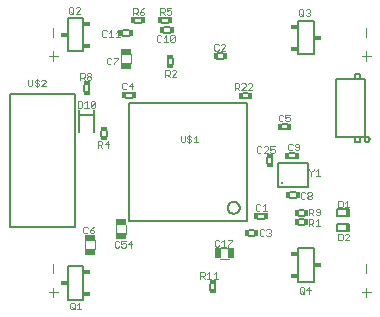
<source format=gto>
G75*
G70*
%OFA0B0*%
%FSLAX24Y24*%
%IPPOS*%
%LPD*%
%AMOC8*
5,1,8,0,0,1.08239X$1,22.5*
%
%ADD10C,0.0079*%
%ADD11C,0.0030*%
%ADD12C,0.0050*%
%ADD13C,0.0020*%
%ADD14C,0.0060*%
%ADD15R,0.0118X0.0236*%
%ADD16C,0.0040*%
%ADD17R,0.0374X0.0197*%
%ADD18R,0.0236X0.0118*%
%ADD19C,0.0079*%
%ADD20C,0.0080*%
%ADD21R,0.0197X0.0374*%
%ADD22R,0.0230X0.0180*%
D10*
X006109Y007835D02*
X010046Y007835D01*
X010046Y011772D01*
X006109Y011772D01*
X006109Y007835D01*
X009415Y008268D02*
X009417Y008295D01*
X009423Y008322D01*
X009432Y008348D01*
X009445Y008372D01*
X009461Y008395D01*
X009480Y008414D01*
X009502Y008431D01*
X009526Y008445D01*
X009551Y008455D01*
X009578Y008462D01*
X009605Y008465D01*
X009633Y008464D01*
X009660Y008459D01*
X009686Y008451D01*
X009710Y008439D01*
X009733Y008423D01*
X009754Y008405D01*
X009771Y008384D01*
X009786Y008360D01*
X009797Y008335D01*
X009805Y008309D01*
X009809Y008282D01*
X009809Y008254D01*
X009805Y008227D01*
X009797Y008201D01*
X009786Y008176D01*
X009771Y008152D01*
X009754Y008131D01*
X009733Y008113D01*
X009711Y008097D01*
X009686Y008085D01*
X009660Y008077D01*
X009633Y008072D01*
X009605Y008071D01*
X009578Y008074D01*
X009551Y008081D01*
X009526Y008091D01*
X009502Y008105D01*
X009480Y008122D01*
X009461Y008141D01*
X009445Y008164D01*
X009432Y008188D01*
X009423Y008214D01*
X009417Y008241D01*
X009415Y008268D01*
D11*
X008421Y010460D02*
X008280Y010460D01*
X008351Y010460D02*
X008351Y010671D01*
X008280Y010601D01*
X008200Y010636D02*
X008165Y010671D01*
X008095Y010671D01*
X008059Y010636D01*
X008059Y010601D01*
X008095Y010566D01*
X008165Y010566D01*
X008200Y010530D01*
X008200Y010495D01*
X008165Y010460D01*
X008095Y010460D01*
X008059Y010495D01*
X007979Y010495D02*
X007979Y010671D01*
X007838Y010671D02*
X007838Y010495D01*
X007874Y010460D01*
X007944Y010460D01*
X007979Y010495D01*
X008130Y010425D02*
X008130Y010706D01*
D12*
X004313Y012044D02*
X004313Y007615D01*
X002148Y007615D01*
X002148Y012044D01*
X002168Y012044D02*
X004313Y012044D01*
X013018Y012551D02*
X013018Y010631D01*
X013658Y010631D01*
X013658Y010471D01*
X013818Y010471D01*
X013818Y010631D01*
X013978Y010631D01*
X013978Y012551D01*
X013818Y012551D01*
X013818Y012711D01*
X013658Y012711D01*
X013658Y012551D01*
X013018Y012551D01*
X013658Y012551D02*
X013818Y012551D01*
X013818Y010631D02*
X013658Y010631D01*
X013978Y010551D02*
X013980Y010568D01*
X013985Y010585D01*
X013994Y010599D01*
X014006Y010612D01*
X014021Y010622D01*
X014037Y010628D01*
X014054Y010631D01*
X014071Y010630D01*
X014088Y010625D01*
X014103Y010617D01*
X014116Y010606D01*
X014127Y010592D01*
X014134Y010577D01*
X014138Y010560D01*
X014138Y010542D01*
X014134Y010525D01*
X014127Y010510D01*
X014116Y010496D01*
X014103Y010485D01*
X014088Y010477D01*
X014071Y010472D01*
X014054Y010471D01*
X014037Y010474D01*
X014021Y010480D01*
X014006Y010490D01*
X013994Y010503D01*
X013985Y010517D01*
X013980Y010534D01*
X013978Y010551D01*
X013459Y008213D02*
X013380Y008213D01*
X013380Y007977D01*
X013459Y007977D01*
X013459Y008213D01*
X013380Y008213D02*
X013065Y008213D01*
X013065Y007977D01*
X013380Y007977D01*
X013380Y007713D02*
X013065Y007713D01*
X013065Y007477D01*
X013380Y007477D01*
X013380Y007713D01*
X013459Y007713D01*
X013459Y007477D01*
X013380Y007477D01*
D13*
X004199Y004887D02*
X004163Y004923D01*
X004163Y005070D01*
X004199Y005107D01*
X004273Y005107D01*
X004310Y005070D01*
X004310Y004923D01*
X004273Y004887D01*
X004199Y004887D01*
X004236Y004960D02*
X004310Y004887D01*
X004384Y004887D02*
X004531Y004887D01*
X004457Y004887D02*
X004457Y005107D01*
X004384Y005033D01*
X005681Y006941D02*
X005754Y006941D01*
X005791Y006978D01*
X005865Y006978D02*
X005902Y006941D01*
X005975Y006941D01*
X006012Y006978D01*
X006012Y007052D01*
X005975Y007088D01*
X005938Y007088D01*
X005865Y007052D01*
X005865Y007162D01*
X006012Y007162D01*
X006086Y007052D02*
X006233Y007052D01*
X006196Y007162D02*
X006086Y007052D01*
X006196Y007162D02*
X006196Y006941D01*
X005791Y007125D02*
X005754Y007162D01*
X005681Y007162D01*
X005644Y007125D01*
X005644Y006978D01*
X005681Y006941D01*
X004964Y007451D02*
X004964Y007487D01*
X004927Y007524D01*
X004817Y007524D01*
X004817Y007451D01*
X004854Y007414D01*
X004927Y007414D01*
X004964Y007451D01*
X004890Y007598D02*
X004817Y007524D01*
X004890Y007598D02*
X004964Y007634D01*
X004743Y007598D02*
X004706Y007634D01*
X004633Y007634D01*
X004596Y007598D01*
X004596Y007451D01*
X004633Y007414D01*
X004706Y007414D01*
X004743Y007451D01*
X005089Y010268D02*
X005089Y010488D01*
X005199Y010488D01*
X005236Y010452D01*
X005236Y010378D01*
X005199Y010342D01*
X005089Y010342D01*
X005162Y010342D02*
X005236Y010268D01*
X005310Y010378D02*
X005420Y010488D01*
X005420Y010268D01*
X005457Y010378D02*
X005310Y010378D01*
X004962Y011603D02*
X004889Y011603D01*
X004852Y011640D01*
X004999Y011787D01*
X004999Y011640D01*
X004962Y011603D01*
X004852Y011640D02*
X004852Y011787D01*
X004889Y011823D01*
X004962Y011823D01*
X004999Y011787D01*
X004778Y011603D02*
X004631Y011603D01*
X004705Y011603D02*
X004705Y011823D01*
X004631Y011750D01*
X004557Y011787D02*
X004520Y011823D01*
X004410Y011823D01*
X004410Y011603D01*
X004520Y011603D01*
X004557Y011640D01*
X004557Y011787D01*
X004501Y012532D02*
X004501Y012752D01*
X004611Y012752D01*
X004648Y012716D01*
X004648Y012642D01*
X004611Y012606D01*
X004501Y012606D01*
X004575Y012606D02*
X004648Y012532D01*
X004722Y012569D02*
X004722Y012606D01*
X004759Y012642D01*
X004832Y012642D01*
X004869Y012606D01*
X004869Y012569D01*
X004832Y012532D01*
X004759Y012532D01*
X004722Y012569D01*
X004759Y012642D02*
X004722Y012679D01*
X004722Y012716D01*
X004759Y012752D01*
X004832Y012752D01*
X004869Y012716D01*
X004869Y012679D01*
X004832Y012642D01*
X005388Y013084D02*
X005425Y013048D01*
X005498Y013048D01*
X005535Y013084D01*
X005609Y013084D02*
X005609Y013048D01*
X005609Y013084D02*
X005756Y013231D01*
X005756Y013268D01*
X005609Y013268D01*
X005535Y013231D02*
X005498Y013268D01*
X005425Y013268D01*
X005388Y013231D01*
X005388Y013084D01*
X005932Y012430D02*
X005895Y012393D01*
X005895Y012246D01*
X005932Y012209D01*
X006005Y012209D01*
X006042Y012246D01*
X006116Y012319D02*
X006263Y012319D01*
X006226Y012209D02*
X006226Y012430D01*
X006116Y012319D01*
X006042Y012393D02*
X006005Y012430D01*
X005932Y012430D01*
X007329Y012630D02*
X007329Y012851D01*
X007439Y012851D01*
X007476Y012814D01*
X007476Y012741D01*
X007439Y012704D01*
X007329Y012704D01*
X007403Y012704D02*
X007476Y012630D01*
X007550Y012630D02*
X007697Y012777D01*
X007697Y012814D01*
X007660Y012851D01*
X007587Y012851D01*
X007550Y012814D01*
X007550Y012630D02*
X007697Y012630D01*
X007608Y013792D02*
X007535Y013792D01*
X007498Y013829D01*
X007645Y013976D01*
X007645Y013829D01*
X007608Y013792D01*
X007498Y013829D02*
X007498Y013976D01*
X007535Y014012D01*
X007608Y014012D01*
X007645Y013976D01*
X007424Y013792D02*
X007277Y013792D01*
X007350Y013792D02*
X007350Y014012D01*
X007277Y013939D01*
X007203Y013976D02*
X007166Y014012D01*
X007093Y014012D01*
X007056Y013976D01*
X007056Y013829D01*
X007093Y013792D01*
X007166Y013792D01*
X007203Y013829D01*
X007164Y014701D02*
X007164Y014922D01*
X007274Y014922D01*
X007311Y014885D01*
X007311Y014811D01*
X007274Y014775D01*
X007164Y014775D01*
X007237Y014775D02*
X007311Y014701D01*
X007385Y014738D02*
X007421Y014701D01*
X007495Y014701D01*
X007532Y014738D01*
X007532Y014811D01*
X007495Y014848D01*
X007458Y014848D01*
X007385Y014811D01*
X007385Y014922D01*
X007532Y014922D01*
X006626Y014918D02*
X006553Y014881D01*
X006479Y014807D01*
X006589Y014807D01*
X006626Y014771D01*
X006626Y014734D01*
X006589Y014697D01*
X006516Y014697D01*
X006479Y014734D01*
X006479Y014807D01*
X006405Y014807D02*
X006368Y014771D01*
X006258Y014771D01*
X006258Y014697D02*
X006258Y014918D01*
X006368Y014918D01*
X006405Y014881D01*
X006405Y014807D01*
X006332Y014771D02*
X006405Y014697D01*
X005746Y014181D02*
X005746Y013961D01*
X005673Y013961D02*
X005819Y013961D01*
X005673Y014108D02*
X005746Y014181D01*
X005525Y014181D02*
X005525Y013961D01*
X005452Y013961D02*
X005598Y013961D01*
X005452Y014108D02*
X005525Y014181D01*
X005377Y014145D02*
X005341Y014181D01*
X005267Y014181D01*
X005231Y014145D01*
X005231Y013998D01*
X005267Y013961D01*
X005341Y013961D01*
X005377Y013998D01*
X004491Y014729D02*
X004344Y014729D01*
X004491Y014876D01*
X004491Y014913D01*
X004454Y014949D01*
X004381Y014949D01*
X004344Y014913D01*
X004270Y014913D02*
X004270Y014766D01*
X004233Y014729D01*
X004160Y014729D01*
X004123Y014766D01*
X004123Y014913D01*
X004160Y014949D01*
X004233Y014949D01*
X004270Y014913D01*
X004197Y014802D02*
X004270Y014729D01*
X003302Y012536D02*
X003229Y012536D01*
X003192Y012499D01*
X003118Y012499D02*
X003081Y012536D01*
X003008Y012536D01*
X002971Y012499D01*
X002971Y012462D01*
X003008Y012426D01*
X003081Y012426D01*
X003118Y012389D01*
X003118Y012352D01*
X003081Y012316D01*
X003008Y012316D01*
X002971Y012352D01*
X002897Y012352D02*
X002897Y012536D01*
X002750Y012536D02*
X002750Y012352D01*
X002787Y012316D01*
X002860Y012316D01*
X002897Y012352D01*
X003045Y012279D02*
X003045Y012572D01*
X003192Y012316D02*
X003339Y012462D01*
X003339Y012499D01*
X003302Y012536D01*
X003339Y012316D02*
X003192Y012316D01*
X008963Y013545D02*
X009000Y013508D01*
X009073Y013508D01*
X009110Y013545D01*
X009184Y013508D02*
X009331Y013655D01*
X009331Y013692D01*
X009294Y013729D01*
X009221Y013729D01*
X009184Y013692D01*
X009110Y013692D02*
X009073Y013729D01*
X009000Y013729D01*
X008963Y013692D01*
X008963Y013545D01*
X009184Y013508D02*
X009331Y013508D01*
X009639Y012414D02*
X009749Y012414D01*
X009785Y012377D01*
X009785Y012304D01*
X009749Y012267D01*
X009639Y012267D01*
X009712Y012267D02*
X009785Y012194D01*
X009860Y012194D02*
X010006Y012340D01*
X010006Y012377D01*
X009970Y012414D01*
X009896Y012414D01*
X009860Y012377D01*
X009860Y012194D02*
X010006Y012194D01*
X010081Y012194D02*
X010227Y012340D01*
X010227Y012377D01*
X010191Y012414D01*
X010117Y012414D01*
X010081Y012377D01*
X010081Y012194D02*
X010227Y012194D01*
X009639Y012194D02*
X009639Y012414D01*
X011109Y011330D02*
X011109Y011183D01*
X011145Y011146D01*
X011219Y011146D01*
X011255Y011183D01*
X011330Y011183D02*
X011366Y011146D01*
X011440Y011146D01*
X011476Y011183D01*
X011476Y011256D01*
X011440Y011293D01*
X011403Y011293D01*
X011330Y011256D01*
X011330Y011366D01*
X011476Y011366D01*
X011255Y011330D02*
X011219Y011366D01*
X011145Y011366D01*
X011109Y011330D01*
X011468Y010406D02*
X011431Y010369D01*
X011431Y010222D01*
X011468Y010186D01*
X011542Y010186D01*
X011578Y010222D01*
X011652Y010222D02*
X011689Y010186D01*
X011763Y010186D01*
X011799Y010222D01*
X011799Y010369D01*
X011763Y010406D01*
X011689Y010406D01*
X011652Y010369D01*
X011652Y010332D01*
X011689Y010296D01*
X011799Y010296D01*
X011578Y010369D02*
X011542Y010406D01*
X011468Y010406D01*
X010975Y010311D02*
X010829Y010311D01*
X010829Y010201D01*
X010902Y010238D01*
X010939Y010238D01*
X010975Y010201D01*
X010975Y010128D01*
X010939Y010091D01*
X010865Y010091D01*
X010829Y010128D01*
X010754Y010091D02*
X010608Y010091D01*
X010754Y010238D01*
X010754Y010275D01*
X010718Y010311D01*
X010644Y010311D01*
X010608Y010275D01*
X010533Y010275D02*
X010497Y010311D01*
X010423Y010311D01*
X010387Y010275D01*
X010387Y010128D01*
X010423Y010091D01*
X010497Y010091D01*
X010533Y010128D01*
X011884Y008784D02*
X011848Y008747D01*
X011848Y008600D01*
X011884Y008564D01*
X011958Y008564D01*
X011995Y008600D01*
X012069Y008600D02*
X012105Y008564D01*
X012179Y008564D01*
X012216Y008600D01*
X012216Y008637D01*
X012179Y008674D01*
X012105Y008674D01*
X012069Y008710D01*
X012069Y008747D01*
X012105Y008784D01*
X012179Y008784D01*
X012216Y008747D01*
X012216Y008710D01*
X012179Y008674D01*
X012105Y008674D02*
X012069Y008637D01*
X012069Y008600D01*
X011995Y008747D02*
X011958Y008784D01*
X011884Y008784D01*
X012200Y009341D02*
X012200Y009451D01*
X012273Y009525D01*
X012273Y009561D01*
X012347Y009488D02*
X012421Y009561D01*
X012421Y009341D01*
X012494Y009341D02*
X012347Y009341D01*
X012200Y009451D02*
X012126Y009525D01*
X012126Y009561D01*
X013101Y008496D02*
X013211Y008496D01*
X013248Y008460D01*
X013248Y008313D01*
X013211Y008276D01*
X013101Y008276D01*
X013101Y008496D01*
X013322Y008423D02*
X013395Y008496D01*
X013395Y008276D01*
X013322Y008276D02*
X013469Y008276D01*
X013432Y007406D02*
X013358Y007406D01*
X013322Y007369D01*
X013248Y007369D02*
X013211Y007406D01*
X013101Y007406D01*
X013101Y007186D01*
X013211Y007186D01*
X013248Y007222D01*
X013248Y007369D01*
X013432Y007406D02*
X013469Y007369D01*
X013469Y007332D01*
X013322Y007186D01*
X013469Y007186D01*
X012487Y007666D02*
X012340Y007666D01*
X012266Y007666D02*
X012193Y007739D01*
X012230Y007739D02*
X012119Y007739D01*
X012119Y007666D02*
X012119Y007886D01*
X012230Y007886D01*
X012266Y007850D01*
X012266Y007776D01*
X012230Y007739D01*
X012340Y007813D02*
X012414Y007886D01*
X012414Y007666D01*
X012377Y008009D02*
X012451Y008009D01*
X012487Y008045D01*
X012487Y008192D01*
X012451Y008229D01*
X012377Y008229D01*
X012340Y008192D01*
X012340Y008155D01*
X012377Y008119D01*
X012487Y008119D01*
X012377Y008009D02*
X012340Y008045D01*
X012266Y008009D02*
X012193Y008082D01*
X012230Y008082D02*
X012119Y008082D01*
X012119Y008009D02*
X012119Y008229D01*
X012230Y008229D01*
X012266Y008192D01*
X012266Y008119D01*
X012230Y008082D01*
X010847Y007511D02*
X010847Y007474D01*
X010810Y007437D01*
X010847Y007401D01*
X010847Y007364D01*
X010810Y007327D01*
X010736Y007327D01*
X010700Y007364D01*
X010626Y007364D02*
X010589Y007327D01*
X010515Y007327D01*
X010479Y007364D01*
X010479Y007511D01*
X010515Y007548D01*
X010589Y007548D01*
X010626Y007511D01*
X010700Y007511D02*
X010736Y007548D01*
X010810Y007548D01*
X010847Y007511D01*
X010810Y007437D02*
X010773Y007437D01*
X010721Y008162D02*
X010574Y008162D01*
X010647Y008162D02*
X010647Y008382D01*
X010574Y008309D01*
X010500Y008345D02*
X010463Y008382D01*
X010389Y008382D01*
X010353Y008345D01*
X010353Y008199D01*
X010389Y008162D01*
X010463Y008162D01*
X010500Y008199D01*
X009570Y007193D02*
X009570Y007157D01*
X009423Y007010D01*
X009423Y006973D01*
X009349Y006973D02*
X009202Y006973D01*
X009276Y006973D02*
X009276Y007193D01*
X009202Y007120D01*
X009128Y007157D02*
X009091Y007193D01*
X009018Y007193D01*
X008981Y007157D01*
X008981Y007010D01*
X009018Y006973D01*
X009091Y006973D01*
X009128Y007010D01*
X009423Y007193D02*
X009570Y007193D01*
X009012Y006122D02*
X009012Y005902D01*
X008939Y005902D02*
X009086Y005902D01*
X008939Y006049D02*
X009012Y006122D01*
X008791Y006122D02*
X008791Y005902D01*
X008718Y005902D02*
X008865Y005902D01*
X008718Y006049D02*
X008791Y006122D01*
X008644Y006086D02*
X008644Y006012D01*
X008607Y005976D01*
X008497Y005976D01*
X008570Y005976D02*
X008644Y005902D01*
X008497Y005902D02*
X008497Y006122D01*
X008607Y006122D01*
X008644Y006086D01*
X011806Y005590D02*
X011806Y005443D01*
X011842Y005406D01*
X011916Y005406D01*
X011952Y005443D01*
X011952Y005590D01*
X011916Y005626D01*
X011842Y005626D01*
X011806Y005590D01*
X011879Y005479D02*
X011952Y005406D01*
X012026Y005516D02*
X012173Y005516D01*
X012137Y005406D02*
X012137Y005626D01*
X012026Y005516D01*
X012044Y014658D02*
X012007Y014695D01*
X012044Y014658D02*
X012117Y014658D01*
X012154Y014695D01*
X012154Y014731D01*
X012117Y014768D01*
X012080Y014768D01*
X012117Y014768D02*
X012154Y014805D01*
X012154Y014842D01*
X012117Y014878D01*
X012044Y014878D01*
X012007Y014842D01*
X011933Y014842D02*
X011933Y014695D01*
X011896Y014658D01*
X011823Y014658D01*
X011786Y014695D01*
X011786Y014842D01*
X011823Y014878D01*
X011896Y014878D01*
X011933Y014842D01*
X011859Y014731D02*
X011933Y014658D01*
D14*
X011754Y014497D02*
X012274Y014497D01*
X012274Y013377D01*
X011754Y013377D01*
X011754Y014497D01*
X010099Y012093D02*
X009906Y012093D01*
X009906Y011916D02*
X010099Y011916D01*
X011213Y011053D02*
X011406Y011053D01*
X011406Y010877D02*
X011213Y010877D01*
X011457Y010093D02*
X011650Y010093D01*
X011650Y009916D02*
X011457Y009916D01*
X010901Y009943D02*
X010901Y009750D01*
X010725Y009750D02*
X010725Y009943D01*
X011500Y008778D02*
X011693Y008778D01*
X011693Y008601D02*
X011500Y008601D01*
X011772Y008183D02*
X011965Y008183D01*
X011965Y008007D02*
X011772Y008007D01*
X011772Y007880D02*
X011965Y007880D01*
X011965Y007704D02*
X011772Y007704D01*
X011754Y006919D02*
X012274Y006919D01*
X012274Y005799D01*
X011754Y005799D01*
X011754Y006919D01*
X010610Y007893D02*
X010418Y007893D01*
X010418Y008069D02*
X010610Y008069D01*
X010303Y007510D02*
X010110Y007510D01*
X010110Y007333D02*
X010303Y007333D01*
X008996Y005731D02*
X008996Y005538D01*
X008820Y005538D02*
X008820Y005731D01*
X004597Y005208D02*
X004077Y005208D01*
X004077Y006328D01*
X004597Y006328D01*
X004597Y005208D01*
X005201Y010644D02*
X005201Y010837D01*
X005378Y010837D02*
X005378Y010644D01*
X006020Y011932D02*
X006213Y011932D01*
X006213Y012108D02*
X006020Y012108D01*
X004799Y012156D02*
X004799Y012349D01*
X004623Y012349D02*
X004623Y012156D01*
X004597Y013476D02*
X004077Y013476D01*
X004077Y014596D01*
X004597Y014596D01*
X004597Y013476D01*
X005925Y014007D02*
X006118Y014007D01*
X006118Y014183D02*
X005925Y014183D01*
X006323Y014428D02*
X006516Y014428D01*
X006516Y014604D02*
X006323Y014604D01*
X007229Y014608D02*
X007421Y014608D01*
X007421Y014432D02*
X007229Y014432D01*
X007284Y014281D02*
X007477Y014281D01*
X007477Y014105D02*
X007284Y014105D01*
X007406Y013243D02*
X007406Y013050D01*
X007583Y013050D02*
X007583Y013243D01*
X009067Y013239D02*
X009260Y013239D01*
X009260Y013415D02*
X009067Y013415D01*
D15*
X009005Y013325D03*
X009325Y013325D03*
X009841Y012006D03*
X010161Y012006D03*
X011150Y010963D03*
X011470Y010963D03*
X011394Y010002D03*
X011714Y010002D03*
X011756Y008691D03*
X011436Y008691D03*
X011707Y008097D03*
X011707Y007794D03*
X012027Y007794D03*
X012027Y008097D03*
X010675Y007979D03*
X010355Y007979D03*
X010368Y007420D03*
X010048Y007420D03*
X006275Y012022D03*
X005955Y012022D03*
X005863Y014093D03*
X006183Y014093D03*
X006260Y014514D03*
X006580Y014514D03*
X007166Y014518D03*
X007486Y014518D03*
X007539Y014195D03*
X007219Y014195D03*
D16*
X006192Y013377D02*
X006192Y013096D01*
X005857Y013096D02*
X005857Y013377D01*
X003748Y013323D02*
X003441Y013323D01*
X003595Y013170D02*
X003595Y013477D01*
X003595Y013957D02*
X003595Y014264D01*
X005696Y007688D02*
X005696Y007407D01*
X006031Y007407D02*
X006031Y007688D01*
X004994Y007180D02*
X004994Y006900D01*
X004659Y006900D02*
X004659Y007180D01*
X003595Y006390D02*
X003595Y006083D01*
X003595Y005603D02*
X003595Y005296D01*
X003748Y005449D02*
X003441Y005449D01*
X009165Y006574D02*
X009446Y006574D01*
X009446Y006909D02*
X009165Y006909D01*
X013874Y005449D02*
X014181Y005449D01*
X014028Y005296D02*
X014028Y005603D01*
X014028Y006083D02*
X014028Y006390D01*
X014028Y013170D02*
X014028Y013477D01*
X013874Y013323D02*
X014181Y013323D01*
X014028Y013957D02*
X014028Y014264D01*
D17*
X006024Y013468D03*
X006024Y013008D03*
X005862Y007779D03*
X005862Y007319D03*
X004827Y007268D03*
X004827Y006808D03*
D18*
X005288Y010580D03*
X005288Y010900D03*
X004713Y012093D03*
X004713Y012413D03*
X007492Y012985D03*
X007492Y013305D03*
X010815Y010008D03*
X010815Y009688D03*
X008910Y005795D03*
X008910Y005475D03*
D19*
X011223Y009091D03*
D20*
X011089Y008961D02*
X011089Y009748D01*
X012073Y009748D01*
X012073Y008961D01*
X011089Y008961D01*
X004959Y010807D02*
X004959Y011359D01*
X004447Y011359D01*
X004447Y010807D01*
X004447Y011359D02*
X004447Y011516D01*
X004959Y011516D02*
X004959Y011359D01*
D21*
X009077Y006742D03*
X009537Y006742D03*
D22*
X011619Y006729D03*
X011619Y005989D03*
X012409Y006359D03*
X011619Y013567D03*
X011619Y014307D03*
X012409Y013937D03*
X004732Y013666D03*
X004732Y014406D03*
X003942Y014036D03*
X004732Y006138D03*
X004732Y005398D03*
X003942Y005768D03*
M02*

</source>
